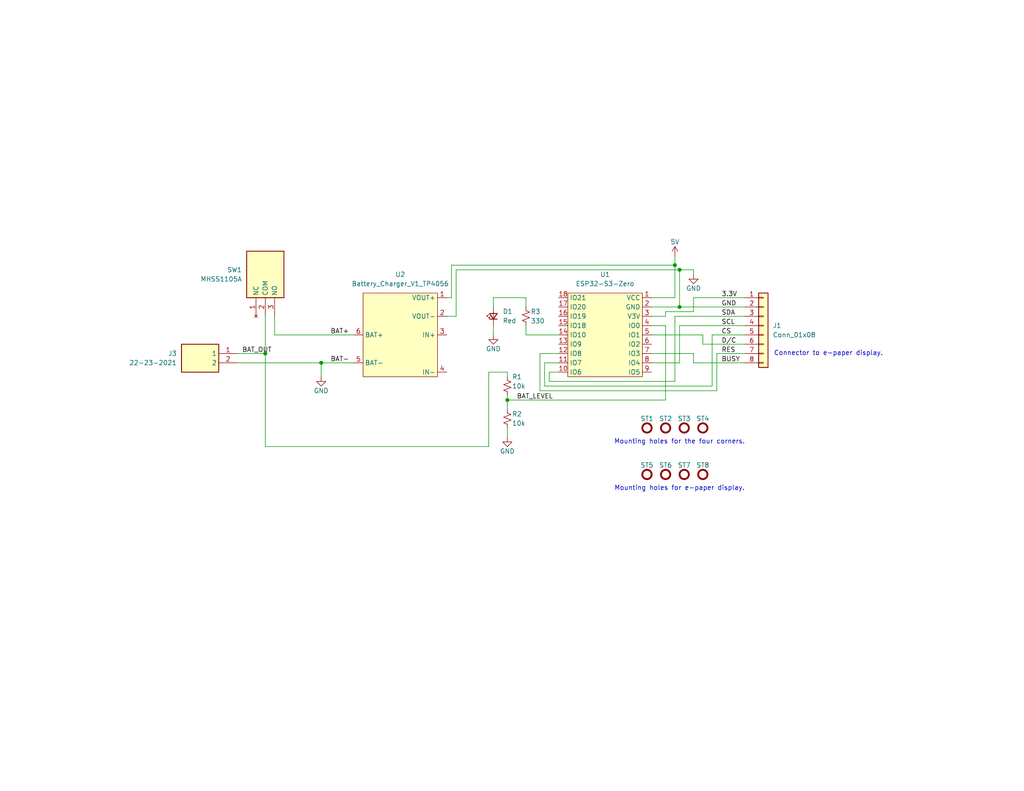
<source format=kicad_sch>
(kicad_sch (version 20250114) (generator "eeschema") (generator_version "9.0")
  (paper "USLetter")
  (title_block (title "Funky Weather Station") (date "2026-01-02") (rev "V1.0") (company "Eigenpi Labs"))
  (lib_symbols
    (symbol "Battery_Charger_V1_TP4056:Battery_Charger_V1_TP4056"
      (property "Reference" "U" (at -9.652 12.446 0))
      (symbol "Battery_Charger_V1_TP4056_1_1"
        (rectangle (start -10.16 11.43) (end 10.16 -11.43) (fill (type background)))
        (pin power_out line (at -12.7 10.16 0) (length 2.54) (name "VOUT+") (number "1"))
        (pin power_out line (at -12.7 5.08 0) (length 2.54) (name "VOUT-") (number "2"))
        (pin power_in line (at -12.7 0 0) (length 2.54) (name "IN+") (number "3"))
        (pin power_in line (at -12.7 -10.16 0) (length 2.54) (name "IN-") (number "4"))
        (pin bidirectional line (at 12.7 0 180) (length 2.54) (name "BAT+") (number "6"))
        (pin bidirectional line (at 12.7 -7.62 180) (length 2.54) (name "BAT-") (number "5"))
      )
    )
    (symbol "SamacSys_Parts:22-23-2021"
      (property "Reference" "J" (at 16.51 7.62 0))
      (property "Value" "22-23-2021" (at 16.51 5.08 0))
      (symbol "22-23-2021_1_1"
        (rectangle (start 5.08 2.54) (end 15.24 -5.08) (stroke (width 0.254)) (fill (type background)))
        (pin passive line (at 0 0 0) (length 5.08) (name "1") (number "1"))
        (pin passive line (at 0 -2.54 0) (length 5.08) (name "2") (number "2"))
      )
    )
    (symbol "SamacSys_Parts:MHSS1105A"
      (property "Reference" "S" (at 19.05 7.62 0))
      (property "Value" "MHSS1105A" (at 19.05 5.08 0))
      (symbol "MHSS1105A_1_1"
        (rectangle (start 5.08 2.54) (end 17.78 -7.62) (stroke (width 0.254)) (fill (type background)))
        (pin passive line (at 0 0 0) (length 5.08) (name "NO") (number "3"))
        (pin passive line (at 0 -2.54 0) (length 5.08) (name "COM") (number "2"))
        (pin no_connect line (at 0 -5.08 0) (length 5.08) (name "NC") (number "1"))
      )
    )
    (symbol "SparkFun-Connector:Conn_01x08_P2.54mm" (pin_names (offset 1.016) (hide yes))
      (property "Reference" "J" (at 0 10.16 0))
      (property "Value" "Conn_01x08" (at 0 -12.7 0))
      (symbol "Conn_01x08_P2.54mm_1_1"
        (rectangle (start -1.27 8.89) (end 1.27 -11.43) (stroke (width 0.254)) (fill (type background)))
        (rectangle (start -1.27 7.747) (end 0 7.493) (stroke (width 0.1524)))
        (rectangle (start -1.27 5.207) (end 0 4.953) (stroke (width 0.1524)))
        (rectangle (start -1.27 2.667) (end 0 2.413) (stroke (width 0.1524)))
        (rectangle (start -1.27 0.127) (end 0 -0.127) (stroke (width 0.1524)))
        (rectangle (start -1.27 -2.413) (end 0 -2.667) (stroke (width 0.1524)))
        (rectangle (start -1.27 -4.953) (end 0 -5.207) (stroke (width 0.1524)))
        (rectangle (start -1.27 -7.493) (end 0 -7.747) (stroke (width 0.1524)))
        (rectangle (start -1.27 -10.033) (end 0 -10.287) (stroke (width 0.1524)))
        (pin passive line (at -5.08 7.62 0) (length 3.81) (name "Pin_1") (number "1"))
        (pin passive line (at -5.08 5.08 0) (length 3.81) (name "Pin_2") (number "2"))
        (pin passive line (at -5.08 2.54 0) (length 3.81) (name "Pin_3") (number "3"))
        (pin passive line (at -5.08 0 0) (length 3.81) (name "Pin_4") (number "4"))
        (pin passive line (at -5.08 -2.54 0) (length 3.81) (name "Pin_5") (number "5"))
        (pin passive line (at -5.08 -5.08 0) (length 3.81) (name "Pin_6") (number "6"))
        (pin passive line (at -5.08 -7.62 0) (length 3.81) (name "Pin_7") (number "7"))
        (pin passive line (at -5.08 -10.16 0) (length 3.81) (name "Pin_8") (number "8"))
      )
    )
    (symbol "SparkFun-Hardware:Standoff_Hole-2.75mm_Clearance-1.625mm" (in_bom no)
      (symbol "Standoff_Hole-2.75mm_Clearance-1.625mm_1_1"
        (circle (center 0 0) (radius 1.27) (stroke (width 0.508)))
      )
    )
    (symbol "SparkFun-LED:LED_Red_5mm_PTH_NoSilk" (pin_numbers (hide yes)) (pin_names (offset 1.016) (hide yes))
      (property "Reference" "D" (at 0 2.54 0))
      (property "Value" "Red" (at 0 -2.54 0))
      (symbol "LED_Red_5mm_PTH_NoSilk_0_1"
        (polyline (pts (xy -0.762 -1.016) (xy -0.762 1.016)) (stroke (width 0.254)))
        (polyline (pts (xy 0 0.762) (xy -0.508 1.27) (xy -0.254 1.27) (xy -0.508 1.27) (xy -0.508 1.016)))
        (polyline (pts (xy 0.508 1.27) (xy 0 1.778) (xy 0.254 1.778) (xy 0 1.778) (xy 0 1.524)))
        (polyline (pts (xy 0.762 -1.016) (xy -0.762 0) (xy 0.762 1.016) (xy 0.762 -1.016)) (stroke (width 0.254)))
        (polyline (pts (xy 1.016 0) (xy -0.762 0)))
      )
      (symbol "LED_Red_5mm_PTH_NoSilk_1_1"
        (pin passive line (at -2.54 0 0) (length 1.778) (name "K") (number "1"))
        (pin passive line (at 2.54 0 180) (length 1.778) (name "A") (number "2"))
      )
    )
    (symbol "SparkFun-PowerSymbol:5V" (power) (pin_names (offset 0))
      (property "Value" "5V" (at 0 3.81 0))
      (symbol "5V_0_1"
        (polyline (pts (xy -0.762 1.27) (xy 0 2.54)))
        (polyline (pts (xy 0 2.54) (xy 0.762 1.27)))
        (polyline (pts (xy 0 0) (xy 0 2.54)))
      )
      (symbol "5V_1_1"
        (pin power_in line (at 0 0 90) (length 0) (hide yes) (name "5V") (number "1"))
      )
    )
    (symbol "SparkFun-PowerSymbol:GND" (power) (pin_names (offset 0))
      (property "Value" "GND" (at 0 -3.81 0))
      (symbol "GND_0_1"
        (polyline (pts (xy 0 0) (xy 0 -1.27) (xy 1.27 -1.27) (xy 0 -2.54) (xy -1.27 -1.27) (xy 0 -1.27)))
      )
      (symbol "GND_1_1"
        (pin power_in line (at 0 0 270) (length 0) (hide yes) (name "GND") (number "1"))
      )
    )
    (symbol "SparkFun-Resistor:10k_Axial_1/6W" (pin_numbers (hide yes)) (pin_names (offset 0))
      (property "Reference" "R" (at 0 -2.54 0))
      (property "Value" "10k" (at 0 2.54 0))
      (symbol "10k_Axial_1/6W_0_1"
        (polyline (pts (xy -1.524 0) (xy -1.143 1.016) (xy -0.762 0) (xy -0.381 -1.016) (xy 0 0)))
        (polyline (pts (xy 0 0) (xy 0.381 1.016) (xy 0.762 0) (xy 1.143 -1.016) (xy 1.524 0)))
      )
      (symbol "10k_Axial_1/6W_1_1"
        (pin passive line (at -2.54 0 0) (length 1.016) (name "~") (number "1"))
        (pin passive line (at 2.54 0 180) (length 1.016) (name "~") (number "2"))
      )
    )
    (symbol "Waveshare-ESP32:Waveshare-ESP32-C3-Zero"
      (property "Reference" "U" (at -9.652 12.446 0))
      (symbol "Waveshare-ESP32-C3-Zero_1_1"
        (rectangle (start -10.16 11.43) (end 10.16 -11.43) (fill (type background)))
        (pin power_in line (at -12.7 10.16 0) (length 2.54) (name "VCC") (number "1"))
        (pin power_in line (at -12.7 7.62 0) (length 2.54) (name "GND") (number "2"))
        (pin power_out line (at -12.7 5.08 0) (length 2.54) (name "V3V") (number "3"))
        (pin bidirectional line (at -12.7 2.54 0) (length 2.54) (name "IO0") (number "4"))
        (pin bidirectional line (at -12.7 0 0) (length 2.54) (name "IO1") (number "5"))
        (pin bidirectional line (at -12.7 -2.54 0) (length 2.54) (name "IO2") (number "6"))
        (pin bidirectional line (at -12.7 -5.08 0) (length 2.54) (name "IO3") (number "7"))
        (pin bidirectional line (at -12.7 -7.62 0) (length 2.54) (name "IO4") (number "8"))
        (pin bidirectional line (at -12.7 -10.16 0) (length 2.54) (name "IO5") (number "9"))
        (pin bidirectional line (at 12.7 10.16 180) (length 2.54) (name "IO21") (number "18"))
        (pin bidirectional line (at 12.7 7.62 180) (length 2.54) (name "IO20") (number "17"))
        (pin bidirectional line (at 12.7 5.08 180) (length 2.54) (name "IO19") (number "16"))
        (pin bidirectional line (at 12.7 2.54 180) (length 2.54) (name "IO18") (number "15"))
        (pin bidirectional line (at 12.7 0 180) (length 2.54) (name "IO10") (number "14"))
        (pin bidirectional line (at 12.7 -2.54 180) (length 2.54) (name "IO9") (number "13"))
        (pin bidirectional line (at 12.7 -5.08 180) (length 2.54) (name "IO8") (number "12"))
        (pin bidirectional line (at 12.7 -7.62 180) (length 2.54) (name "IO7") (number "11"))
        (pin bidirectional line (at 12.7 -10.16 180) (length 2.54) (name "IO6") (number "10"))
      )
    )
  )
  (text "Mounting holes for e-paper display." (at 185.42 133.35 0) (effects (font (size 1.27 1.27))))
  (text "Connector to e-paper display." (at 226.06 96.52 0) (effects (font (size 1.27 1.27))))
  (text "Mounting holes for the four corners." (at 185.42 120.65 0) (effects (font (size 1.27 1.27))))
  (junction (at 184.15 72.39))
  (junction (at 87.63 99.06))
  (junction (at 185.42 83.82))
  (junction (at 138.43 109.22))
  (junction (at 72.39 96.52))
  (junction (at 185.42 73.66))
  (wire (pts (xy 143.51 91.44) (xy 143.51 88.9)))
  (wire (pts (xy 133.35 101.6) (xy 138.43 101.6)))
  (wire (pts (xy 177.8 81.28) (xy 184.15 81.28)))
  (wire (pts (xy 134.62 81.28) (xy 134.62 83.82)))
  (wire (pts (xy 185.42 88.9) (xy 185.42 99.06)))
  (wire (pts (xy 189.23 81.28) (xy 189.23 85.09)))
  (wire (pts (xy 124.46 86.36) (xy 124.46 73.66)))
  (wire (pts (xy 177.8 88.9) (xy 181.61 88.9)))
  (wire (pts (xy 148.59 105.41) (xy 194.31 105.41)))
  (wire (pts (xy 189.23 99.06) (xy 203.2 99.06)))
  (wire (pts (xy 184.15 72.39) (xy 184.15 81.28)))
  (wire (pts (xy 195.58 96.52) (xy 203.2 96.52)))
  (wire (pts (xy 185.42 88.9) (xy 203.2 88.9)))
  (wire (pts (xy 72.39 86.36) (xy 72.39 96.52)))
  (wire (pts (xy 138.43 109.22) (xy 181.61 109.22)))
  (wire (pts (xy 195.58 106.68) (xy 195.58 96.52)))
  (wire (pts (xy 184.15 104.14) (xy 149.86 104.14)))
  (wire (pts (xy 72.39 121.92) (xy 133.35 121.92)))
  (wire (pts (xy 189.23 85.09) (xy 181.61 85.09)))
  (wire (pts (xy 152.4 91.44) (xy 143.51 91.44)))
  (wire (pts (xy 148.59 105.41) (xy 148.59 99.06)))
  (wire (pts (xy 87.63 99.06) (xy 96.52 99.06)))
  (wire (pts (xy 87.63 99.06) (xy 87.63 102.87)))
  (wire (pts (xy 64.77 99.06) (xy 87.63 99.06)))
  (wire (pts (xy 72.39 96.52) (xy 72.39 121.92)))
  (wire (pts (xy 185.42 73.66) (xy 189.23 73.66)))
  (wire (pts (xy 191.77 93.98) (xy 191.77 91.44)))
  (wire (pts (xy 148.59 99.06) (xy 152.4 99.06)))
  (wire (pts (xy 121.92 86.36) (xy 124.46 86.36)))
  (wire (pts (xy 194.31 91.44) (xy 203.2 91.44)))
  (wire (pts (xy 121.92 81.28) (xy 123.19 81.28)))
  (wire (pts (xy 72.39 96.52) (xy 64.77 96.52)))
  (wire (pts (xy 143.51 83.82) (xy 143.51 81.28)))
  (wire (pts (xy 203.2 81.28) (xy 189.23 81.28)))
  (wire (pts (xy 138.43 101.6) (xy 138.43 102.87)))
  (wire (pts (xy 189.23 73.66) (xy 189.23 74.93)))
  (wire (pts (xy 123.19 81.28) (xy 123.19 72.39)))
  (wire (pts (xy 143.51 81.28) (xy 134.62 81.28)))
  (wire (pts (xy 138.43 109.22) (xy 138.43 111.76)))
  (wire (pts (xy 181.61 86.36) (xy 177.8 86.36)))
  (wire (pts (xy 74.93 91.44) (xy 96.52 91.44)))
  (wire (pts (xy 149.86 101.6) (xy 152.4 101.6)))
  (wire (pts (xy 134.62 88.9) (xy 134.62 91.44)))
  (wire (pts (xy 189.23 99.06) (xy 189.23 96.52)))
  (wire (pts (xy 133.35 121.92) (xy 133.35 101.6)))
  (wire (pts (xy 177.8 83.82) (xy 185.42 83.82)))
  (wire (pts (xy 138.43 107.95) (xy 138.43 109.22)))
  (wire (pts (xy 138.43 116.84) (xy 138.43 119.38)))
  (wire (pts (xy 74.93 86.36) (xy 74.93 91.44)))
  (wire (pts (xy 149.86 104.14) (xy 149.86 101.6)))
  (wire (pts (xy 189.23 96.52) (xy 177.8 96.52)))
  (wire (pts (xy 184.15 86.36) (xy 184.15 104.14)))
  (wire (pts (xy 185.42 73.66) (xy 185.42 83.82)))
  (wire (pts (xy 147.32 106.68) (xy 195.58 106.68)))
  (wire (pts (xy 147.32 96.52) (xy 147.32 106.68)))
  (wire (pts (xy 191.77 93.98) (xy 203.2 93.98)))
  (wire (pts (xy 177.8 99.06) (xy 185.42 99.06)))
  (wire (pts (xy 184.15 72.39) (xy 184.15 69.85)))
  (wire (pts (xy 194.31 91.44) (xy 194.31 105.41)))
  (wire (pts (xy 185.42 83.82) (xy 203.2 83.82)))
  (wire (pts (xy 123.19 72.39) (xy 184.15 72.39)))
  (wire (pts (xy 191.77 91.44) (xy 177.8 91.44)))
  (wire (pts (xy 184.15 86.36) (xy 203.2 86.36)))
  (wire (pts (xy 181.61 85.09) (xy 181.61 86.36)))
  (wire (pts (xy 181.61 88.9) (xy 181.61 109.22)))
  (wire (pts (xy 124.46 73.66) (xy 185.42 73.66)))
  (wire (pts (xy 152.4 96.52) (xy 147.32 96.52)))
  (label "BAT+" (at 90.17 91.44 0))
  (label "BAT-" (at 90.17 99.06 0))
  (label "GND" (at 196.85 83.82 0))
  (label "BAT_OUT" (at 66.04 96.52 0))
  (label "CS" (at 196.85 91.44 0))
  (label "RES" (at 196.85 96.52 0))
  (label "SCL" (at 196.85 88.9 0))
  (label "BUSY" (at 196.85 99.06 0))
  (label "SDA" (at 196.85 86.36 0))
  (label "BAT_LEVEL" (at 140.97 109.22 0))
  (label "3.3V" (at 196.85 81.28 0))
  (label "D{slash}C" (at 196.85 93.98 0))
  (symbol (lib_id "SparkFun-Hardware:Standoff_Hole-2.75mm_Clearance-1.625mm") (at 186.69 116.84 0) (unit 1) (in_bom no)
    (property "Reference" "ST3" (at 186.69 114.3 0))
    (property "Value" "Standoff" (effects (hide yes)))
    (property "Footprint" "SparkFun-Hardware:Standoff_Hole-2.75mm_Clearance-1.625mm" (effects (hide yes)))
    (property "Description" "Drill holes for mechanically mounting via screws, standoffs, etc." (effects (hide yes)))
  )
  (symbol (lib_id "SparkFun-Hardware:Standoff_Hole-2.75mm_Clearance-1.625mm") (at 181.61 116.84 0) (unit 1) (in_bom no)
    (property "Reference" "ST2" (at 181.61 114.3 0))
    (property "Value" "Standoff" (effects (hide yes)))
    (property "Footprint" "SparkFun-Hardware:Standoff_Hole-2.75mm_Clearance-1.625mm" (effects (hide yes)))
    (property "Description" "Drill holes for mechanically mounting via screws, standoffs, etc." (effects (hide yes)))
  )
  (symbol (lib_id "Battery_Charger_V1_TP4056:Battery_Charger_V1_TP4056") (at 109.22 91.44 0) (mirror y) (unit 1)
    (property "Reference" "U2" (at 109.22 74.93 0))
    (property "Value" "Battery_Charger_V1_TP4056" (at 109.22 77.47 0))
    (property "Footprint" "Eigenpi:Battery_Charger_V1_TP4056" (effects (hide yes)))
  )
  (symbol (lib_id "SparkFun-Resistor:10k_Axial_1/6W") (at 143.51 86.36 90) (unit 1)
    (property "Reference" "R3" (at 144.78 85.09 90) (effects (justify right)))
    (property "Value" "330" (at 144.78 87.63 90) (effects (justify right)))
    (property "Footprint" "SparkFun-Resistor:R_Axial_DIN0207_L6.3mm_D2.5mm_P7.62mm_Horizontal" (effects (hide yes)))
    (property "Datasheet" "https://www.yageogroup.com/content/Resource%20Library/Datasheet/YAGEO-CFR_DATASHEET.pdf" (effects (hide yes)))
    (property "Description" "Resistor Axial PTH" (effects (hide yes)))
    (property "PROD_ID" "RES-08375" (effects (hide yes)))
  )
  (symbol (lib_id "SamacSys_Parts:22-23-2021") (at 64.77 96.52 0) (mirror y) (unit 1)
    (property "Reference" "J3" (at 48.26 96.5199 0) (effects (justify left)))
    (property "Value" "22-23-2021" (at 48.26 99.0599 0) (effects (justify left)))
    (property "Footprint" "SamacSys_Parts:SHDR2W87P0X254_1X2_493X635X1105P" (effects (hide yes)))
    (property "Description" "Headers & Wire Housings VERT PCB HDR 2P TIN FRICTION LOCK" (effects (hide yes)))
    (property "Height" "11.05" (effects (hide yes)))
    (property "Mouser Part Number" "538-22-23-2021" (effects (hide yes)))
    (property "Mouser Price/Stock" "https://www.mouser.co.uk/ProductDetail/Molex/22-23-2021?qs=ILqg114nvd4YKlRlbo3yMg%3D%3D" (effects (hide yes)))
    (property "Manufacturer_Name" "Molex" (effects (hide yes)))
    (property "Manufacturer_Part_Number" "22-23-2021" (effects (hide yes)))
  )
  (symbol (lib_id "SparkFun-PowerSymbol:GND") (at 134.62 91.44 0) (unit 1)
    (property "Reference" "#PWR02" (effects (hide yes)))
    (property "Value" "GND" (at 134.62 95.25 0))
    (property "Description" "Power symbol creates a global label with name \"GND\" , ground" (effects (hide yes)))
  )
  (symbol (lib_id "Waveshare-ESP32:Waveshare-ESP32-C3-Zero") (at 165.1 91.44 0) (mirror y) (unit 1)
    (property "Reference" "U1" (at 165.1 74.93 0))
    (property "Value" "ESP32-S3-Zero" (at 165.1 77.47 0))
    (property "Footprint" "Waveshare:Waveshare-ESP32-C3-Zero" (effects (hide yes)))
    (property "Datasheet" "https://www.waveshare.com/wiki/ESP32-C3-Zero" (effects (hide yes)))
  )
  (symbol (lib_id "SparkFun-Resistor:10k_Axial_1/6W") (at 138.43 105.41 90) (unit 1)
    (property "Reference" "R1" (at 139.7 102.87 90) (effects (justify right)))
    (property "Value" "10k" (at 139.7 105.41 90) (effects (justify right)))
    (property "Footprint" "SparkFun-Resistor:R_Axial_DIN0207_L6.3mm_D2.5mm_P7.62mm_Horizontal" (effects (hide yes)))
    (property "Datasheet" "https://www.yageogroup.com/content/Resource%20Library/Datasheet/YAGEO-CFR_DATASHEET.pdf" (effects (hide yes)))
    (property "Description" "Resistor Axial PTH" (effects (hide yes)))
    (property "PROD_ID" "RES-08375" (effects (hide yes)))
  )
  (symbol (lib_id "SparkFun-LED:LED_Red_5mm_PTH_NoSilk") (at 134.62 86.36 90) (unit 1)
    (property "Reference" "D1" (at 137.16 85.0264 90) (effects (justify right)))
    (property "Value" "Red" (at 137.16 87.5664 90) (effects (justify right)))
    (property "Footprint" "SparkFun-LED:LED_5mm_PTH_Red_NoSilk" (effects (hide yes)))
    (property "Datasheet" "https://cdn.sparkfun.com/assets/e/c/e/c/5/COM-09590-YSL-R531R3D-D2.pdf" (effects (hide yes)))
    (property "Description" "Light emitting diode PTH 5mm diameter" (effects (hide yes)))
    (property "PROD_ID" "DIO-09529" (effects (hide yes)))
  )
  (symbol (lib_id "SparkFun-Hardware:Standoff_Hole-2.75mm_Clearance-1.625mm") (at 181.61 129.54 0) (unit 1) (in_bom no)
    (property "Reference" "ST6" (at 181.61 127 0))
    (property "Value" "Standoff" (effects (hide yes)))
    (property "Footprint" "SparkFun-Hardware:Standoff_Hole-2.75mm_Clearance-1.625mm" (effects (hide yes)))
    (property "Description" "Drill holes for mechanically mounting via screws, standoffs, etc." (effects (hide yes)))
  )
  (symbol (lib_id "SparkFun-Hardware:Standoff_Hole-2.75mm_Clearance-1.625mm") (at 176.53 129.54 0) (unit 1) (in_bom no)
    (property "Reference" "ST5" (at 176.53 127 0))
    (property "Value" "Standoff" (effects (hide yes)))
    (property "Footprint" "SparkFun-Hardware:Standoff_Hole-2.75mm_Clearance-1.625mm" (effects (hide yes)))
    (property "Description" "Drill holes for mechanically mounting via screws, standoffs, etc." (effects (hide yes)))
  )
  (symbol (lib_id "SamacSys_Parts:MHSS1105A") (at 74.93 86.36 270) (mirror x) (unit 1)
    (property "Reference" "SW1" (at 66.04 73.6599 90) (effects (justify right)))
    (property "Value" "MHSS1105A" (at 66.04 76.1999 90) (effects (justify right)))
    (property "Footprint" "SamacSys_Parts:MHSS1105A" (effects (hide yes)))
    (property "Description" "Slide Switches SPDT 0.3A 6V On-On" (effects (hide yes)))
    (property "Height" "4" (effects (hide yes)))
    (property "Mouser Part Number" "642-MHSS1105A" (effects (hide yes)))
    (property "Mouser Price/Stock" "https://www.mouser.co.uk/ProductDetail/Apem/MHSS1105A?qs=rT%2FfPkjBV%252B%252B1l0jYicHM9Q%3D%3D" (effects (hide yes)))
    (property "Manufacturer_Name" "Apem" (effects (hide yes)))
    (property "Manufacturer_Part_Number" "MHSS1105A" (effects (hide yes)))
  )
  (symbol (lib_id "SparkFun-Resistor:10k_Axial_1/6W") (at 138.43 114.3 90) (unit 1)
    (property "Reference" "R2" (at 139.7 113.03 90) (effects (justify right)))
    (property "Value" "10k" (at 139.7 115.57 90) (effects (justify right)))
    (property "Footprint" "SparkFun-Resistor:R_Axial_DIN0207_L6.3mm_D2.5mm_P7.62mm_Horizontal" (effects (hide yes)))
    (property "Datasheet" "https://www.yageogroup.com/content/Resource%20Library/Datasheet/YAGEO-CFR_DATASHEET.pdf" (effects (hide yes)))
    (property "Description" "Resistor Axial PTH" (effects (hide yes)))
    (property "PROD_ID" "RES-08375" (effects (hide yes)))
  )
  (symbol (lib_id "SparkFun-PowerSymbol:5V") (at 184.15 69.85 0) (unit 1)
    (property "Reference" "#PWR024" (effects (hide yes)))
    (property "Value" "5V" (at 184.15 66.04 0))
    (property "Description" "Power symbol creates a global label with name \"5V\"" (effects (hide yes)))
  )
  (symbol (lib_id "SparkFun-Hardware:Standoff_Hole-2.75mm_Clearance-1.625mm") (at 191.77 116.84 0) (unit 1) (in_bom no)
    (property "Reference" "ST4" (at 191.77 114.3 0))
    (property "Value" "Standoff" (effects (hide yes)))
    (property "Footprint" "SparkFun-Hardware:Standoff_Hole-2.75mm_Clearance-1.625mm" (effects (hide yes)))
    (property "Description" "Drill holes for mechanically mounting via screws, standoffs, etc." (effects (hide yes)))
  )
  (symbol (lib_id "SparkFun-PowerSymbol:GND") (at 138.43 119.38 0) (unit 1)
    (property "Reference" "#PWR01" (effects (hide yes)))
    (property "Value" "GND" (at 138.43 123.19 0))
    (property "Description" "Power symbol creates a global label with name \"GND\" , ground" (effects (hide yes)))
  )
  (symbol (lib_id "SparkFun-Hardware:Standoff_Hole-2.75mm_Clearance-1.625mm") (at 191.77 129.54 0) (unit 1) (in_bom no)
    (property "Reference" "ST8" (at 191.77 127 0))
    (property "Value" "Standoff" (effects (hide yes)))
    (property "Footprint" "SparkFun-Hardware:Standoff_Hole-2.75mm_Clearance-1.625mm" (effects (hide yes)))
    (property "Description" "Drill holes for mechanically mounting via screws, standoffs, etc." (effects (hide yes)))
  )
  (symbol (lib_id "SparkFun-Hardware:Standoff_Hole-2.75mm_Clearance-1.625mm") (at 176.53 116.84 0) (unit 1) (in_bom no)
    (property "Reference" "ST1" (at 176.53 114.3 0))
    (property "Value" "Standoff" (effects (hide yes)))
    (property "Footprint" "SparkFun-Hardware:Standoff_Hole-2.75mm_Clearance-1.625mm" (effects (hide yes)))
    (property "Description" "Drill holes for mechanically mounting via screws, standoffs, etc." (effects (hide yes)))
  )
  (symbol (lib_id "SparkFun-PowerSymbol:GND") (at 189.23 74.93 0) (unit 1)
    (property "Reference" "#PWR011" (effects (hide yes)))
    (property "Value" "GND" (at 189.23 78.74 0))
    (property "Description" "Power symbol creates a global label with name \"GND\" , ground" (effects (hide yes)))
  )
  (symbol (lib_id "SparkFun-PowerSymbol:GND") (at 87.63 102.87 0) (unit 1)
    (property "Reference" "#PWR016" (effects (hide yes)))
    (property "Value" "GND" (at 87.63 106.68 0))
    (property "Description" "Power symbol creates a global label with name \"GND\" , ground" (effects (hide yes)))
  )
  (symbol (lib_id "SparkFun-Connector:Conn_01x08_P2.54mm") (at 208.28 88.9 0) (unit 1)
    (property "Reference" "J1" (at 210.82 88.8999 0) (effects (justify left)))
    (property "Value" "Conn_01x08" (at 210.82 91.4399 0) (effects (justify left)))
    (property "Footprint" "SparkFun-Connector:1x08_P2.54mm" (effects (hide yes)))
    (property "Description" "Basic 0.1\" PTH" (effects (hide yes)))
  )
  (symbol (lib_id "SparkFun-Hardware:Standoff_Hole-2.75mm_Clearance-1.625mm") (at 186.69 129.54 0) (unit 1) (in_bom no)
    (property "Reference" "ST7" (at 186.69 127 0))
    (property "Value" "Standoff" (effects (hide yes)))
    (property "Footprint" "SparkFun-Hardware:Standoff_Hole-2.75mm_Clearance-1.625mm" (effects (hide yes)))
    (property "Description" "Drill holes for mechanically mounting via screws, standoffs, etc." (effects (hide yes)))
  )
)
</source>
